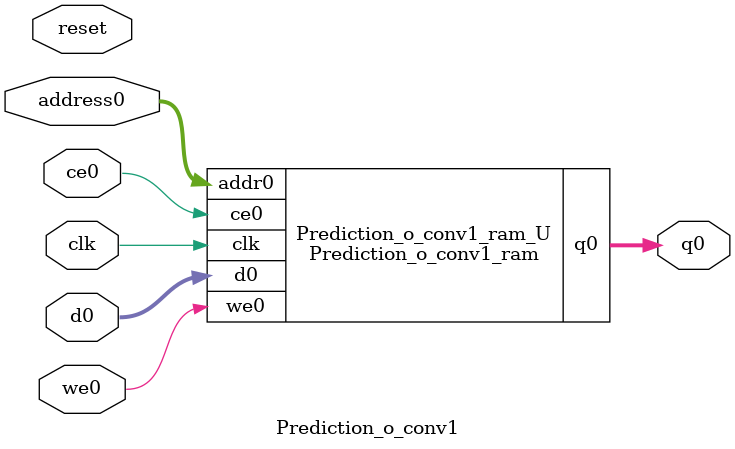
<source format=v>
`timescale 1 ns / 1 ps
module Prediction_o_conv1_ram (addr0, ce0, d0, we0, q0,  clk);

parameter DWIDTH = 32;
parameter AWIDTH = 13;
parameter MEM_SIZE = 4704;

input[AWIDTH-1:0] addr0;
input ce0;
input[DWIDTH-1:0] d0;
input we0;
output reg[DWIDTH-1:0] q0;
input clk;

(* ram_style = "block" *)reg [DWIDTH-1:0] ram[0:MEM_SIZE-1];




always @(posedge clk)  
begin 
    if (ce0) 
    begin
        if (we0) 
        begin 
            ram[addr0] <= d0; 
        end 
        q0 <= ram[addr0];
    end
end


endmodule

`timescale 1 ns / 1 ps
module Prediction_o_conv1(
    reset,
    clk,
    address0,
    ce0,
    we0,
    d0,
    q0);

parameter DataWidth = 32'd32;
parameter AddressRange = 32'd4704;
parameter AddressWidth = 32'd13;
input reset;
input clk;
input[AddressWidth - 1:0] address0;
input ce0;
input we0;
input[DataWidth - 1:0] d0;
output[DataWidth - 1:0] q0;



Prediction_o_conv1_ram Prediction_o_conv1_ram_U(
    .clk( clk ),
    .addr0( address0 ),
    .ce0( ce0 ),
    .we0( we0 ),
    .d0( d0 ),
    .q0( q0 ));

endmodule


</source>
